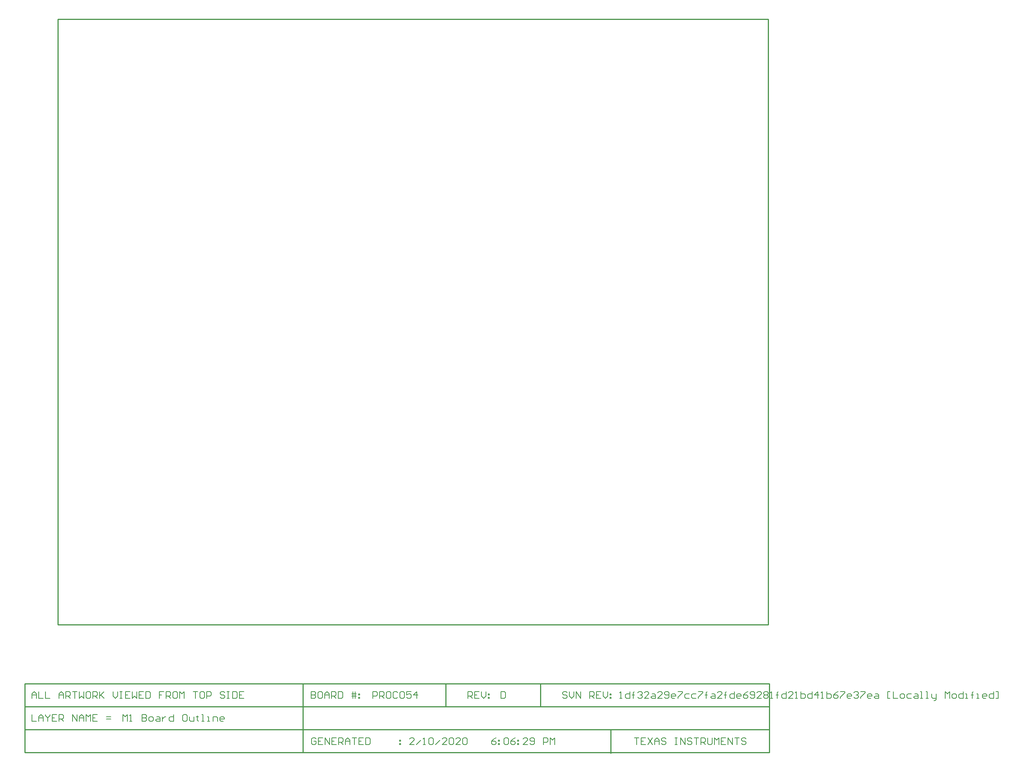
<source format=gm1>
G04*
G04 #@! TF.GenerationSoftware,Altium Limited,Altium Designer,19.1.6 (110)*
G04*
G04 Layer_Color=16711935*
%FSAX25Y25*%
%MOIN*%
G70*
G01*
G75*
%ADD16C,0.01000*%
%ADD18C,0.00800*%
G54D16*
X0079250Y0163400D02*
Y0700407D01*
X0709171D01*
Y0163400D02*
Y0700407D01*
X0079250Y0163400D02*
X0709171D01*
X0569450Y0049400D02*
Y0069683D01*
X0450550Y0050050D02*
X0710250D01*
Y0111050D01*
X0296550Y0050050D02*
Y0111050D01*
X0050050Y0050050D02*
Y0111050D01*
X0050100Y0050050D02*
X0207650D01*
X0050100D02*
Y0111050D01*
Y0111050D02*
X0710250D01*
X0050050Y0050050D02*
X0450550D01*
X0050050Y0070383D02*
X0710050D01*
X0050050Y0090717D02*
X0710250D01*
X0423250D02*
Y0111050D01*
X0507250Y0090717D02*
Y0111050D01*
G54D18*
X0136857Y0077492D02*
Y0083490D01*
X0138856Y0081491D01*
X0140856Y0083490D01*
Y0077492D01*
X0142855D02*
X0144854D01*
X0143855D01*
Y0083490D01*
X0142855Y0082490D01*
X0153851Y0083490D02*
Y0077492D01*
X0156850D01*
X0157850Y0078492D01*
Y0079491D01*
X0156850Y0080491D01*
X0153851D01*
X0156850D01*
X0157850Y0081491D01*
Y0082490D01*
X0156850Y0083490D01*
X0153851D01*
X0160849Y0077492D02*
X0162848D01*
X0163848Y0078492D01*
Y0080491D01*
X0162848Y0081491D01*
X0160849D01*
X0159849Y0080491D01*
Y0078492D01*
X0160849Y0077492D01*
X0166847Y0081491D02*
X0168846D01*
X0169846Y0080491D01*
Y0077492D01*
X0166847D01*
X0165848Y0078492D01*
X0166847Y0079491D01*
X0169846D01*
X0171846Y0081491D02*
Y0077492D01*
Y0079491D01*
X0172845Y0080491D01*
X0173845Y0081491D01*
X0174845D01*
X0181842Y0083490D02*
Y0077492D01*
X0178843D01*
X0177844Y0078492D01*
Y0080491D01*
X0178843Y0081491D01*
X0181842D01*
X0192839Y0083490D02*
X0190839D01*
X0189840Y0082490D01*
Y0078492D01*
X0190839Y0077492D01*
X0192839D01*
X0193838Y0078492D01*
Y0082490D01*
X0192839Y0083490D01*
X0195838Y0081491D02*
Y0078492D01*
X0196837Y0077492D01*
X0199837D01*
Y0081491D01*
X0202835Y0082490D02*
Y0081491D01*
X0201836D01*
X0203835D01*
X0202835D01*
Y0078492D01*
X0203835Y0077492D01*
X0206834D02*
X0208834D01*
X0207834D01*
Y0083490D01*
X0206834D01*
X0211833Y0077492D02*
X0213832D01*
X0212832D01*
Y0081491D01*
X0211833D01*
X0216831Y0077492D02*
Y0081491D01*
X0219830D01*
X0220830Y0080491D01*
Y0077492D01*
X0225828D02*
X0223829D01*
X0222829Y0078492D01*
Y0080491D01*
X0223829Y0081491D01*
X0225828D01*
X0226828Y0080491D01*
Y0079491D01*
X0222829D01*
X0590550Y0062964D02*
X0594549D01*
X0592549D01*
Y0056966D01*
X0600547Y0062964D02*
X0596548D01*
Y0056966D01*
X0600547D01*
X0596548Y0059965D02*
X0598547D01*
X0602546Y0062964D02*
X0606545Y0056966D01*
Y0062964D02*
X0602546Y0056966D01*
X0608544D02*
Y0060965D01*
X0610543Y0062964D01*
X0612543Y0060965D01*
Y0056966D01*
Y0059965D01*
X0608544D01*
X0618541Y0061965D02*
X0617541Y0062964D01*
X0615542D01*
X0614542Y0061965D01*
Y0060965D01*
X0615542Y0059965D01*
X0617541D01*
X0618541Y0058966D01*
Y0057966D01*
X0617541Y0056966D01*
X0615542D01*
X0614542Y0057966D01*
X0626538Y0062964D02*
X0628538D01*
X0627538D01*
Y0056966D01*
X0626538D01*
X0628538D01*
X0631537D02*
Y0062964D01*
X0635535Y0056966D01*
Y0062964D01*
X0641534Y0061965D02*
X0640534Y0062964D01*
X0638534D01*
X0637535Y0061965D01*
Y0060965D01*
X0638534Y0059965D01*
X0640534D01*
X0641534Y0058966D01*
Y0057966D01*
X0640534Y0056966D01*
X0638534D01*
X0637535Y0057966D01*
X0643533Y0062964D02*
X0647532D01*
X0645532D01*
Y0056966D01*
X0649531D02*
Y0062964D01*
X0652530D01*
X0653530Y0061965D01*
Y0059965D01*
X0652530Y0058966D01*
X0649531D01*
X0651530D02*
X0653530Y0056966D01*
X0655529Y0062964D02*
Y0057966D01*
X0656529Y0056966D01*
X0658528D01*
X0659528Y0057966D01*
Y0062964D01*
X0661527Y0056966D02*
Y0062964D01*
X0663526Y0060965D01*
X0665526Y0062964D01*
Y0056966D01*
X0671524Y0062964D02*
X0667525D01*
Y0056966D01*
X0671524D01*
X0667525Y0059965D02*
X0669524D01*
X0673523Y0056966D02*
Y0062964D01*
X0677522Y0056966D01*
Y0062964D01*
X0679521D02*
X0683520D01*
X0681521D01*
Y0056966D01*
X0689518Y0061965D02*
X0688518Y0062964D01*
X0686519D01*
X0685519Y0061965D01*
Y0060965D01*
X0686519Y0059965D01*
X0688518D01*
X0689518Y0058966D01*
Y0057966D01*
X0688518Y0056966D01*
X0686519D01*
X0685519Y0057966D01*
X0468099Y0062964D02*
X0466099Y0061965D01*
X0464100Y0059965D01*
Y0057966D01*
X0465100Y0056966D01*
X0467099D01*
X0468099Y0057966D01*
Y0058966D01*
X0467099Y0059965D01*
X0464100D01*
X0470098Y0060965D02*
X0471098D01*
Y0059965D01*
X0470098D01*
Y0060965D01*
Y0057966D02*
X0471098D01*
Y0056966D01*
X0470098D01*
Y0057966D01*
X0475096Y0061965D02*
X0476096Y0062964D01*
X0478095D01*
X0479095Y0061965D01*
Y0057966D01*
X0478095Y0056966D01*
X0476096D01*
X0475096Y0057966D01*
Y0061965D01*
X0485093Y0062964D02*
X0483094Y0061965D01*
X0481095Y0059965D01*
Y0057966D01*
X0482094Y0056966D01*
X0484094D01*
X0485093Y0057966D01*
Y0058966D01*
X0484094Y0059965D01*
X0481095D01*
X0487093Y0060965D02*
X0488092D01*
Y0059965D01*
X0487093D01*
Y0060965D01*
Y0057966D02*
X0488092D01*
Y0056966D01*
X0487093D01*
Y0057966D01*
X0496090Y0056966D02*
X0492091D01*
X0496090Y0060965D01*
Y0061965D01*
X0495090Y0062964D01*
X0493091D01*
X0492091Y0061965D01*
X0498089Y0057966D02*
X0499089Y0056966D01*
X0501088D01*
X0502088Y0057966D01*
Y0061965D01*
X0501088Y0062964D01*
X0499089D01*
X0498089Y0061965D01*
Y0060965D01*
X0499089Y0059965D01*
X0502088D01*
X0510085Y0056966D02*
Y0062964D01*
X0513084D01*
X0514084Y0061965D01*
Y0059965D01*
X0513084Y0058966D01*
X0510085D01*
X0516083Y0056966D02*
Y0062964D01*
X0518083Y0060965D01*
X0520082Y0062964D01*
Y0056966D01*
X0056400Y0083549D02*
Y0077551D01*
X0060399D01*
X0062398D02*
Y0081549D01*
X0064397Y0083549D01*
X0066397Y0081549D01*
Y0077551D01*
Y0080550D01*
X0062398D01*
X0068396Y0083549D02*
Y0082549D01*
X0070395Y0080550D01*
X0072395Y0082549D01*
Y0083549D01*
X0070395Y0080550D02*
Y0077551D01*
X0078393Y0083549D02*
X0074394D01*
Y0077551D01*
X0078393D01*
X0074394Y0080550D02*
X0076394D01*
X0080392Y0077551D02*
Y0083549D01*
X0083391D01*
X0084391Y0082549D01*
Y0080550D01*
X0083391Y0079550D01*
X0080392D01*
X0082392D02*
X0084391Y0077551D01*
X0092388D02*
Y0083549D01*
X0096387Y0077551D01*
Y0083549D01*
X0098386Y0077551D02*
Y0081549D01*
X0100386Y0083549D01*
X0102385Y0081549D01*
Y0077551D01*
Y0080550D01*
X0098386D01*
X0104385Y0077551D02*
Y0083549D01*
X0106384Y0081549D01*
X0108383Y0083549D01*
Y0077551D01*
X0114381Y0083549D02*
X0110382D01*
Y0077551D01*
X0114381D01*
X0110382Y0080550D02*
X0112382D01*
X0122379Y0079550D02*
X0126377D01*
X0122379Y0081549D02*
X0126377D01*
X0304050Y0103831D02*
Y0097833D01*
X0307049D01*
X0308049Y0098833D01*
Y0099833D01*
X0307049Y0100832D01*
X0304050D01*
X0307049D01*
X0308049Y0101832D01*
Y0102832D01*
X0307049Y0103831D01*
X0304050D01*
X0313047D02*
X0311048D01*
X0310048Y0102832D01*
Y0098833D01*
X0311048Y0097833D01*
X0313047D01*
X0314047Y0098833D01*
Y0102832D01*
X0313047Y0103831D01*
X0316046Y0097833D02*
Y0101832D01*
X0318045Y0103831D01*
X0320045Y0101832D01*
Y0097833D01*
Y0100832D01*
X0316046D01*
X0322044Y0097833D02*
Y0103831D01*
X0325043D01*
X0326043Y0102832D01*
Y0100832D01*
X0325043Y0099833D01*
X0322044D01*
X0324043D02*
X0326043Y0097833D01*
X0328042Y0103831D02*
Y0097833D01*
X0331041D01*
X0332041Y0098833D01*
Y0102832D01*
X0331041Y0103831D01*
X0328042D01*
X0341038Y0097833D02*
Y0103831D01*
X0343037D02*
Y0097833D01*
X0340038Y0101832D02*
X0343037D01*
X0344037D01*
X0340038Y0099833D02*
X0344037D01*
X0346036Y0101832D02*
X0347036D01*
Y0100832D01*
X0346036D01*
Y0101832D01*
Y0098833D02*
X0347036D01*
Y0097833D01*
X0346036D01*
Y0098833D01*
X0358600Y0097833D02*
Y0103831D01*
X0361599D01*
X0362599Y0102832D01*
Y0100832D01*
X0361599Y0099833D01*
X0358600D01*
X0364598Y0097833D02*
Y0103831D01*
X0367597D01*
X0368597Y0102832D01*
Y0100832D01*
X0367597Y0099833D01*
X0364598D01*
X0366597D02*
X0368597Y0097833D01*
X0373595Y0103831D02*
X0371596D01*
X0370596Y0102832D01*
Y0098833D01*
X0371596Y0097833D01*
X0373595D01*
X0374595Y0098833D01*
Y0102832D01*
X0373595Y0103831D01*
X0380593Y0102832D02*
X0379593Y0103831D01*
X0377594D01*
X0376594Y0102832D01*
Y0098833D01*
X0377594Y0097833D01*
X0379593D01*
X0380593Y0098833D01*
X0382592Y0102832D02*
X0383592Y0103831D01*
X0385591D01*
X0386591Y0102832D01*
Y0098833D01*
X0385591Y0097833D01*
X0383592D01*
X0382592Y0098833D01*
Y0102832D01*
X0392589Y0103831D02*
X0388590D01*
Y0100832D01*
X0390590Y0101832D01*
X0391589D01*
X0392589Y0100832D01*
Y0098833D01*
X0391589Y0097833D01*
X0389590D01*
X0388590Y0098833D01*
X0397587Y0097833D02*
Y0103831D01*
X0394588Y0100832D01*
X0398587D01*
X0472200Y0103831D02*
Y0097833D01*
X0475199D01*
X0476199Y0098833D01*
Y0102832D01*
X0475199Y0103831D01*
X0472200D01*
X0056400Y0097833D02*
Y0101832D01*
X0058399Y0103831D01*
X0060399Y0101832D01*
Y0097833D01*
Y0100832D01*
X0056400D01*
X0062398Y0103831D02*
Y0097833D01*
X0066397D01*
X0068396Y0103831D02*
Y0097833D01*
X0072395D01*
X0080392D02*
Y0101832D01*
X0082392Y0103831D01*
X0084391Y0101832D01*
Y0097833D01*
Y0100832D01*
X0080392D01*
X0086390Y0097833D02*
Y0103831D01*
X0089389D01*
X0090389Y0102832D01*
Y0100832D01*
X0089389Y0099833D01*
X0086390D01*
X0088390D02*
X0090389Y0097833D01*
X0092388Y0103831D02*
X0096387D01*
X0094388D01*
Y0097833D01*
X0098386Y0103831D02*
Y0097833D01*
X0100386Y0099833D01*
X0102385Y0097833D01*
Y0103831D01*
X0107384D02*
X0105384D01*
X0104385Y0102832D01*
Y0098833D01*
X0105384Y0097833D01*
X0107384D01*
X0108383Y0098833D01*
Y0102832D01*
X0107384Y0103831D01*
X0110382Y0097833D02*
Y0103831D01*
X0113382D01*
X0114381Y0102832D01*
Y0100832D01*
X0113382Y0099833D01*
X0110382D01*
X0112382D02*
X0114381Y0097833D01*
X0116381Y0103831D02*
Y0097833D01*
Y0099833D01*
X0120379Y0103831D01*
X0117380Y0100832D01*
X0120379Y0097833D01*
X0128377Y0103831D02*
Y0099833D01*
X0130376Y0097833D01*
X0132375Y0099833D01*
Y0103831D01*
X0134375D02*
X0136374D01*
X0135374D01*
Y0097833D01*
X0134375D01*
X0136374D01*
X0143372Y0103831D02*
X0139373D01*
Y0097833D01*
X0143372D01*
X0139373Y0100832D02*
X0141373D01*
X0145371Y0103831D02*
Y0097833D01*
X0147371Y0099833D01*
X0149370Y0097833D01*
Y0103831D01*
X0155368D02*
X0151369D01*
Y0097833D01*
X0155368D01*
X0151369Y0100832D02*
X0153369D01*
X0157367Y0103831D02*
Y0097833D01*
X0160366D01*
X0161366Y0098833D01*
Y0102832D01*
X0160366Y0103831D01*
X0157367D01*
X0173362D02*
X0169363D01*
Y0100832D01*
X0171363D01*
X0169363D01*
Y0097833D01*
X0175362D02*
Y0103831D01*
X0178360D01*
X0179360Y0102832D01*
Y0100832D01*
X0178360Y0099833D01*
X0175362D01*
X0177361D02*
X0179360Y0097833D01*
X0184359Y0103831D02*
X0182359D01*
X0181360Y0102832D01*
Y0098833D01*
X0182359Y0097833D01*
X0184359D01*
X0185358Y0098833D01*
Y0102832D01*
X0184359Y0103831D01*
X0187358Y0097833D02*
Y0103831D01*
X0189357Y0101832D01*
X0191356Y0103831D01*
Y0097833D01*
X0199354Y0103831D02*
X0203352D01*
X0201353D01*
Y0097833D01*
X0208351Y0103831D02*
X0206351D01*
X0205352Y0102832D01*
Y0098833D01*
X0206351Y0097833D01*
X0208351D01*
X0209350Y0098833D01*
Y0102832D01*
X0208351Y0103831D01*
X0211350Y0097833D02*
Y0103831D01*
X0214349D01*
X0215349Y0102832D01*
Y0100832D01*
X0214349Y0099833D01*
X0211350D01*
X0227345Y0102832D02*
X0226345Y0103831D01*
X0224346D01*
X0223346Y0102832D01*
Y0101832D01*
X0224346Y0100832D01*
X0226345D01*
X0227345Y0099833D01*
Y0098833D01*
X0226345Y0097833D01*
X0224346D01*
X0223346Y0098833D01*
X0229344Y0103831D02*
X0231343D01*
X0230344D01*
Y0097833D01*
X0229344D01*
X0231343D01*
X0234342Y0103831D02*
Y0097833D01*
X0237341D01*
X0238341Y0098833D01*
Y0102832D01*
X0237341Y0103831D01*
X0234342D01*
X0244339D02*
X0240340D01*
Y0097833D01*
X0244339D01*
X0240340Y0100832D02*
X0242340D01*
X0308249Y0061965D02*
X0307249Y0062964D01*
X0305250D01*
X0304250Y0061965D01*
Y0057966D01*
X0305250Y0056966D01*
X0307249D01*
X0308249Y0057966D01*
Y0059965D01*
X0306249D01*
X0314247Y0062964D02*
X0310248D01*
Y0056966D01*
X0314247D01*
X0310248Y0059965D02*
X0312247D01*
X0316246Y0056966D02*
Y0062964D01*
X0320245Y0056966D01*
Y0062964D01*
X0326243D02*
X0322244D01*
Y0056966D01*
X0326243D01*
X0322244Y0059965D02*
X0324243D01*
X0328242Y0056966D02*
Y0062964D01*
X0331241D01*
X0332241Y0061965D01*
Y0059965D01*
X0331241Y0058966D01*
X0328242D01*
X0330242D02*
X0332241Y0056966D01*
X0334240D02*
Y0060965D01*
X0336240Y0062964D01*
X0338239Y0060965D01*
Y0056966D01*
Y0059965D01*
X0334240D01*
X0340238Y0062964D02*
X0344237D01*
X0342238D01*
Y0056966D01*
X0350235Y0062964D02*
X0346236D01*
Y0056966D01*
X0350235D01*
X0346236Y0059965D02*
X0348236D01*
X0352235Y0062964D02*
Y0056966D01*
X0355234D01*
X0356233Y0057966D01*
Y0061965D01*
X0355234Y0062964D01*
X0352235D01*
X0382225Y0060965D02*
X0383225D01*
Y0059965D01*
X0382225D01*
Y0060965D01*
Y0057966D02*
X0383225D01*
Y0056966D01*
X0382225D01*
Y0057966D01*
X0395199Y0056966D02*
X0391200D01*
X0395199Y0060965D01*
Y0061965D01*
X0394199Y0062964D01*
X0392200D01*
X0391200Y0061965D01*
X0397198Y0056966D02*
X0401197Y0060965D01*
X0403196Y0056966D02*
X0405196D01*
X0404196D01*
Y0062964D01*
X0403196Y0061965D01*
X0408194D02*
X0409194Y0062964D01*
X0411194D01*
X0412193Y0061965D01*
Y0057966D01*
X0411194Y0056966D01*
X0409194D01*
X0408194Y0057966D01*
Y0061965D01*
X0414193Y0056966D02*
X0418191Y0060965D01*
X0424189Y0056966D02*
X0420191D01*
X0424189Y0060965D01*
Y0061965D01*
X0423190Y0062964D01*
X0421190D01*
X0420191Y0061965D01*
X0426189D02*
X0427188Y0062964D01*
X0429188D01*
X0430187Y0061965D01*
Y0057966D01*
X0429188Y0056966D01*
X0427188D01*
X0426189Y0057966D01*
Y0061965D01*
X0436186Y0056966D02*
X0432187D01*
X0436186Y0060965D01*
Y0061965D01*
X0435186Y0062964D01*
X0433186D01*
X0432187Y0061965D01*
X0438185D02*
X0439185Y0062964D01*
X0441184D01*
X0442183Y0061965D01*
Y0057966D01*
X0441184Y0056966D01*
X0439185D01*
X0438185Y0057966D01*
Y0061965D01*
X0443050Y0097833D02*
Y0103831D01*
X0446049D01*
X0447049Y0102832D01*
Y0100832D01*
X0446049Y0099833D01*
X0443050D01*
X0445049D02*
X0447049Y0097833D01*
X0453047Y0103831D02*
X0449048D01*
Y0097833D01*
X0453047D01*
X0449048Y0100832D02*
X0451047D01*
X0455046Y0103831D02*
Y0099833D01*
X0457046Y0097833D01*
X0459045Y0099833D01*
Y0103831D01*
X0461044Y0101832D02*
X0462044D01*
Y0100832D01*
X0461044D01*
Y0101832D01*
Y0098833D02*
X0462044D01*
Y0097833D01*
X0461044D01*
Y0098833D01*
X0530849Y0102832D02*
X0529849Y0103831D01*
X0527850D01*
X0526850Y0102832D01*
Y0101832D01*
X0527850Y0100832D01*
X0529849D01*
X0530849Y0099833D01*
Y0098833D01*
X0529849Y0097833D01*
X0527850D01*
X0526850Y0098833D01*
X0532848Y0103831D02*
Y0099833D01*
X0534847Y0097833D01*
X0536847Y0099833D01*
Y0103831D01*
X0538846Y0097833D02*
Y0103831D01*
X0542845Y0097833D01*
Y0103831D01*
X0550842Y0097833D02*
Y0103831D01*
X0553841D01*
X0554841Y0102832D01*
Y0100832D01*
X0553841Y0099833D01*
X0550842D01*
X0552842D02*
X0554841Y0097833D01*
X0560839Y0103831D02*
X0556840D01*
Y0097833D01*
X0560839D01*
X0556840Y0100832D02*
X0558840D01*
X0562838Y0103831D02*
Y0099833D01*
X0564838Y0097833D01*
X0566837Y0099833D01*
Y0103831D01*
X0568836Y0101832D02*
X0569836D01*
Y0100832D01*
X0568836D01*
Y0101832D01*
Y0098833D02*
X0569836D01*
Y0097833D01*
X0568836D01*
Y0098833D01*
X0577450Y0097833D02*
X0579449D01*
X0578450D01*
Y0103831D01*
X0577450Y0102832D01*
X0586447Y0103831D02*
Y0097833D01*
X0583448D01*
X0582448Y0098833D01*
Y0100832D01*
X0583448Y0101832D01*
X0586447D01*
X0589446Y0097833D02*
Y0102832D01*
Y0100832D01*
X0588446D01*
X0590446D01*
X0589446D01*
Y0102832D01*
X0590446Y0103831D01*
X0593445Y0102832D02*
X0594445Y0103831D01*
X0596444D01*
X0597443Y0102832D01*
Y0101832D01*
X0596444Y0100832D01*
X0595444D01*
X0596444D01*
X0597443Y0099833D01*
Y0098833D01*
X0596444Y0097833D01*
X0594445D01*
X0593445Y0098833D01*
X0603442Y0097833D02*
X0599443D01*
X0603442Y0101832D01*
Y0102832D01*
X0602442Y0103831D01*
X0600443D01*
X0599443Y0102832D01*
X0606441Y0101832D02*
X0608440D01*
X0609440Y0100832D01*
Y0097833D01*
X0606441D01*
X0605441Y0098833D01*
X0606441Y0099833D01*
X0609440D01*
X0615438Y0097833D02*
X0611439D01*
X0615438Y0101832D01*
Y0102832D01*
X0614438Y0103831D01*
X0612439D01*
X0611439Y0102832D01*
X0617437Y0098833D02*
X0618437Y0097833D01*
X0620436D01*
X0621436Y0098833D01*
Y0102832D01*
X0620436Y0103831D01*
X0618437D01*
X0617437Y0102832D01*
Y0101832D01*
X0618437Y0100832D01*
X0621436D01*
X0626434Y0097833D02*
X0624435D01*
X0623435Y0098833D01*
Y0100832D01*
X0624435Y0101832D01*
X0626434D01*
X0627434Y0100832D01*
Y0099833D01*
X0623435D01*
X0629433Y0103831D02*
X0633432D01*
Y0102832D01*
X0629433Y0098833D01*
Y0097833D01*
X0639430Y0101832D02*
X0636431D01*
X0635431Y0100832D01*
Y0098833D01*
X0636431Y0097833D01*
X0639430D01*
X0645428Y0101832D02*
X0642429D01*
X0641429Y0100832D01*
Y0098833D01*
X0642429Y0097833D01*
X0645428D01*
X0647427Y0103831D02*
X0651426D01*
Y0102832D01*
X0647427Y0098833D01*
Y0097833D01*
X0654425D02*
Y0102832D01*
Y0100832D01*
X0653425D01*
X0655425D01*
X0654425D01*
Y0102832D01*
X0655425Y0103831D01*
X0659423Y0101832D02*
X0661423D01*
X0662423Y0100832D01*
Y0097833D01*
X0659423D01*
X0658424Y0098833D01*
X0659423Y0099833D01*
X0662423D01*
X0668421Y0097833D02*
X0664422D01*
X0668421Y0101832D01*
Y0102832D01*
X0667421Y0103831D01*
X0665421D01*
X0664422Y0102832D01*
X0671420Y0097833D02*
Y0102832D01*
Y0100832D01*
X0670420D01*
X0672419D01*
X0671420D01*
Y0102832D01*
X0672419Y0103831D01*
X0679417D02*
Y0097833D01*
X0676418D01*
X0675418Y0098833D01*
Y0100832D01*
X0676418Y0101832D01*
X0679417D01*
X0684415Y0097833D02*
X0682416D01*
X0681416Y0098833D01*
Y0100832D01*
X0682416Y0101832D01*
X0684415D01*
X0685415Y0100832D01*
Y0099833D01*
X0681416D01*
X0691413Y0103831D02*
X0689414Y0102832D01*
X0687414Y0100832D01*
Y0098833D01*
X0688414Y0097833D01*
X0690414D01*
X0691413Y0098833D01*
Y0099833D01*
X0690414Y0100832D01*
X0687414D01*
X0693412Y0098833D02*
X0694412Y0097833D01*
X0696412D01*
X0697411Y0098833D01*
Y0102832D01*
X0696412Y0103831D01*
X0694412D01*
X0693412Y0102832D01*
Y0101832D01*
X0694412Y0100832D01*
X0697411D01*
X0703409Y0097833D02*
X0699410D01*
X0703409Y0101832D01*
Y0102832D01*
X0702410Y0103831D01*
X0700410D01*
X0699410Y0102832D01*
X0705409D02*
X0706408Y0103831D01*
X0708408D01*
X0709407Y0102832D01*
Y0101832D01*
X0708408Y0100832D01*
X0709407Y0099833D01*
Y0098833D01*
X0708408Y0097833D01*
X0706408D01*
X0705409Y0098833D01*
Y0099833D01*
X0706408Y0100832D01*
X0705409Y0101832D01*
Y0102832D01*
X0706408Y0100832D02*
X0708408D01*
X0711407Y0097833D02*
X0713406D01*
X0712406D01*
Y0103831D01*
X0711407Y0102832D01*
X0717405Y0097833D02*
Y0102832D01*
Y0100832D01*
X0716405D01*
X0718404D01*
X0717405D01*
Y0102832D01*
X0718404Y0103831D01*
X0725402D02*
Y0097833D01*
X0722403D01*
X0721403Y0098833D01*
Y0100832D01*
X0722403Y0101832D01*
X0725402D01*
X0731400Y0097833D02*
X0727401D01*
X0731400Y0101832D01*
Y0102832D01*
X0730401Y0103831D01*
X0728401D01*
X0727401Y0102832D01*
X0733399Y0097833D02*
X0735399D01*
X0734399D01*
Y0103831D01*
X0733399Y0102832D01*
X0738398Y0103831D02*
Y0097833D01*
X0741397D01*
X0742397Y0098833D01*
Y0099833D01*
Y0100832D01*
X0741397Y0101832D01*
X0738398D01*
X0748395Y0103831D02*
Y0097833D01*
X0745396D01*
X0744396Y0098833D01*
Y0100832D01*
X0745396Y0101832D01*
X0748395D01*
X0753393Y0097833D02*
Y0103831D01*
X0750394Y0100832D01*
X0754393D01*
X0756392Y0097833D02*
X0758391D01*
X0757392D01*
Y0103831D01*
X0756392Y0102832D01*
X0761390Y0103831D02*
Y0097833D01*
X0764390D01*
X0765389Y0098833D01*
Y0099833D01*
Y0100832D01*
X0764390Y0101832D01*
X0761390D01*
X0771387Y0103831D02*
X0769388Y0102832D01*
X0767388Y0100832D01*
Y0098833D01*
X0768388Y0097833D01*
X0770388D01*
X0771387Y0098833D01*
Y0099833D01*
X0770388Y0100832D01*
X0767388D01*
X0773387Y0103831D02*
X0777385D01*
Y0102832D01*
X0773387Y0098833D01*
Y0097833D01*
X0782384D02*
X0780384D01*
X0779385Y0098833D01*
Y0100832D01*
X0780384Y0101832D01*
X0782384D01*
X0783383Y0100832D01*
Y0099833D01*
X0779385D01*
X0785383Y0102832D02*
X0786382Y0103831D01*
X0788382D01*
X0789381Y0102832D01*
Y0101832D01*
X0788382Y0100832D01*
X0787382D01*
X0788382D01*
X0789381Y0099833D01*
Y0098833D01*
X0788382Y0097833D01*
X0786382D01*
X0785383Y0098833D01*
X0791381Y0103831D02*
X0795379D01*
Y0102832D01*
X0791381Y0098833D01*
Y0097833D01*
X0800378D02*
X0798379D01*
X0797379Y0098833D01*
Y0100832D01*
X0798379Y0101832D01*
X0800378D01*
X0801377Y0100832D01*
Y0099833D01*
X0797379D01*
X0804377Y0101832D02*
X0806376D01*
X0807376Y0100832D01*
Y0097833D01*
X0804377D01*
X0803377Y0098833D01*
X0804377Y0099833D01*
X0807376D01*
X0817372Y0097833D02*
X0815373D01*
Y0103831D01*
X0817372D01*
X0820371D02*
Y0097833D01*
X0824370D01*
X0827369D02*
X0829368D01*
X0830368Y0098833D01*
Y0100832D01*
X0829368Y0101832D01*
X0827369D01*
X0826369Y0100832D01*
Y0098833D01*
X0827369Y0097833D01*
X0836366Y0101832D02*
X0833367D01*
X0832368Y0100832D01*
Y0098833D01*
X0833367Y0097833D01*
X0836366D01*
X0839365Y0101832D02*
X0841365D01*
X0842364Y0100832D01*
Y0097833D01*
X0839365D01*
X0838366Y0098833D01*
X0839365Y0099833D01*
X0842364D01*
X0844364Y0097833D02*
X0846363D01*
X0845363D01*
Y0103831D01*
X0844364D01*
X0849362Y0097833D02*
X0851361D01*
X0850362D01*
Y0103831D01*
X0849362D01*
X0854360Y0101832D02*
Y0098833D01*
X0855360Y0097833D01*
X0858359D01*
Y0096834D01*
X0857359Y0095834D01*
X0856360D01*
X0858359Y0097833D02*
Y0101832D01*
X0866356Y0097833D02*
Y0103831D01*
X0868356Y0101832D01*
X0870355Y0103831D01*
Y0097833D01*
X0873354D02*
X0875354D01*
X0876353Y0098833D01*
Y0100832D01*
X0875354Y0101832D01*
X0873354D01*
X0872355Y0100832D01*
Y0098833D01*
X0873354Y0097833D01*
X0882351Y0103831D02*
Y0097833D01*
X0879352D01*
X0878353Y0098833D01*
Y0100832D01*
X0879352Y0101832D01*
X0882351D01*
X0884351Y0097833D02*
X0886350D01*
X0885350D01*
Y0101832D01*
X0884351D01*
X0890349Y0097833D02*
Y0102832D01*
Y0100832D01*
X0889349D01*
X0891348D01*
X0890349D01*
Y0102832D01*
X0891348Y0103831D01*
X0894347Y0097833D02*
X0896347D01*
X0895347D01*
Y0101832D01*
X0894347D01*
X0902345Y0097833D02*
X0900346D01*
X0899346Y0098833D01*
Y0100832D01*
X0900346Y0101832D01*
X0902345D01*
X0903345Y0100832D01*
Y0099833D01*
X0899346D01*
X0909343Y0103831D02*
Y0097833D01*
X0906344D01*
X0905344Y0098833D01*
Y0100832D01*
X0906344Y0101832D01*
X0909343D01*
X0911342Y0097833D02*
X0913341D01*
Y0103831D01*
X0911342D01*
M02*

</source>
